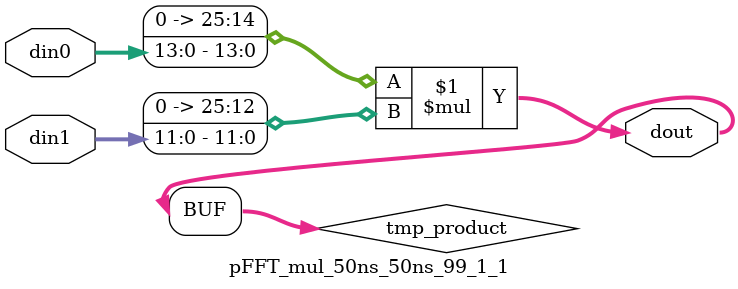
<source format=v>

`timescale 1 ns / 1 ps

 module pFFT_mul_50ns_50ns_99_1_1(din0, din1, dout);
parameter ID = 1;
parameter NUM_STAGE = 0;
parameter din0_WIDTH = 14;
parameter din1_WIDTH = 12;
parameter dout_WIDTH = 26;

input [din0_WIDTH - 1 : 0] din0; 
input [din1_WIDTH - 1 : 0] din1; 
output [dout_WIDTH - 1 : 0] dout;

wire signed [dout_WIDTH - 1 : 0] tmp_product;
























assign tmp_product = $signed({1'b0, din0}) * $signed({1'b0, din1});











assign dout = tmp_product;





















endmodule

</source>
